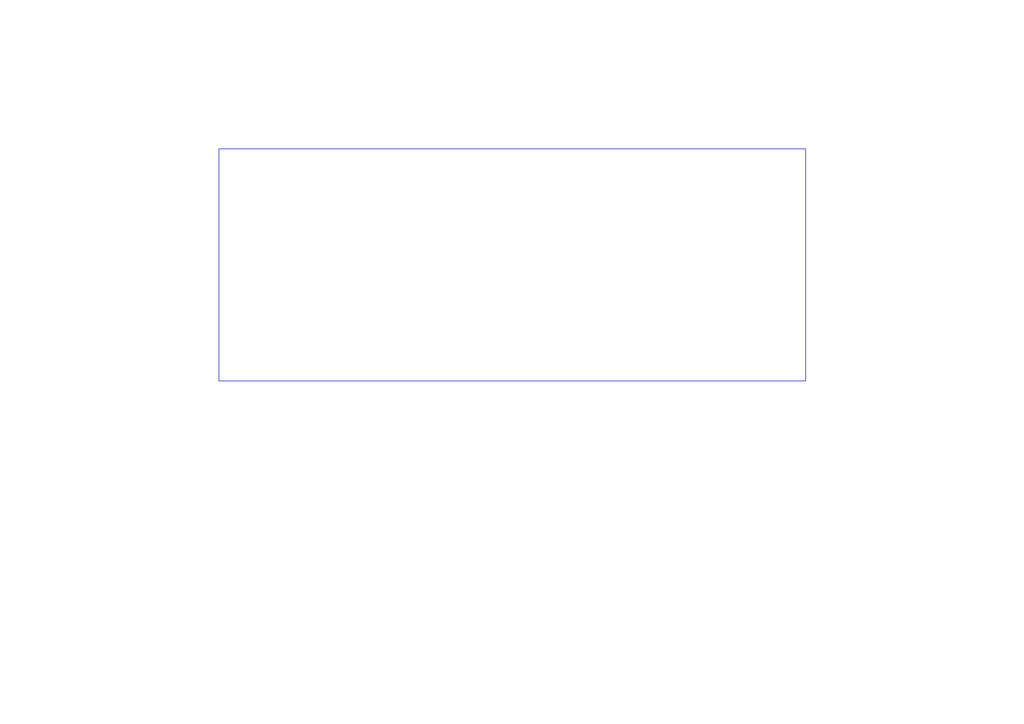
<source format=kicad_sch>
(kicad_sch
	(version 20250114)
	(generator "eeschema")
	(generator_version "9.0")
	(uuid "08f8b12a-72f0-4e85-a2b1-85840818180e")
	(paper "A4")
	(lib_symbols)
	(rectangle
		(start 63.5 43.18)
		(end 233.68 110.49)
		(stroke
			(width 0)
			(type default)
		)
		(fill
			(type none)
		)
		(uuid a2587361-cbe3-4488-b166-e8b5ba03c980)
	)
	(sheet_instances
		(path "/"
			(page "1")
		)
	)
	(embedded_fonts no)
)

</source>
